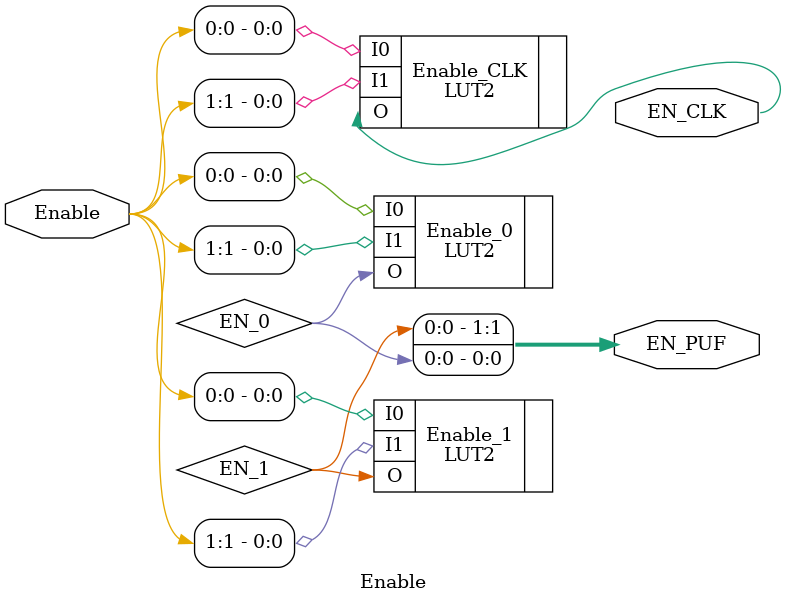
<source format=v>
`timescale 1ns / 1ps


module Enable(
    input [1:0] Enable,
    output [1:0] EN_PUF,
    output EN_CLK
    );
    
assign EN_PUF[0] = EN_0;
assign EN_PUF[1] = EN_1;
    
(* BEL = "A6LUT" *)(* LOC = "SLICE_X28Y33" *)(*ALLOW_COMBINATORIAL_LOOPS= "true"*) (*DONT_TOUCH= "true"*) 
LUT2 #(
.INIT(64'hA) 
) Enable_0 (
   .O(EN_0), 
   .I0(Enable[0]), 
   .I1(Enable[1]) 
);

(* BEL = "B6LUT" *)(* LOC = "SLICE_X28Y33" *)(*ALLOW_COMBINATORIAL_LOOPS= "true"*) (*DONT_TOUCH= "true"*) 
LUT2 #(
.INIT(64'hC) 
) Enable_1 (
   .O(EN_1), 
   .I0(Enable[0]), 
   .I1(Enable[1]) 
);

(* BEL = "C6LUT" *)(* LOC = "SLICE_X28Y33" *)(*ALLOW_COMBINATORIAL_LOOPS= "true"*) (*DONT_TOUCH= "true"*) 
LUT2 #(
.INIT(64'hE) 
) Enable_CLK (
   .O(EN_CLK), 
   .I0(Enable[0]), 
   .I1(Enable[1]) 
);



endmodule

</source>
